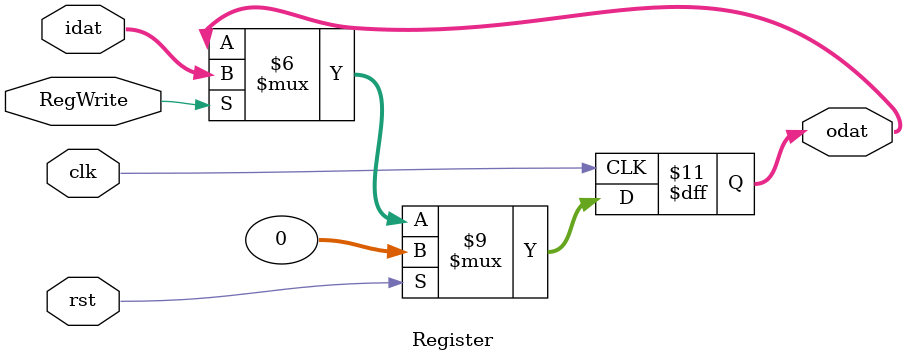
<source format=v>
/*
*
*	Register File & Register
*
*	32 bits Reg Array
*
*
*	Chris Cheng
*	2014-4-9
*
***/

/* 	
*	reg file
*	32 regs
*
*	read: 	regA -> Adat, 
*			regB -> Bdat,
*			regC -> Cdat
*
*	write:	regW -> Wdat
*	writeEnable: RegWrite
*
*/

module RegFile(clk, rst, regA, regB, regW, Wdat, RegWrite, Adat, Bdat);
	
	input clk, rst, RegWrite;
   	input [4:0] regA, regB, regW;
   	input [31:0] Wdat;
   	output [31:0] Adat, Bdat;

   	reg [31:0] iRegf[31:1];
   	integer i;

	assign Adat = (regA == 0) ? 32'h0000_0000 : iRegf[regA];
	assign Bdat = (regB == 0) ? 32'h0000_0000 : iRegf[regB];

	initial 
	begin
		for (i = 1; i < 32; i = i + 1)
		begin
			iRegf[i] <= 0;
		end
	end
	
	always @(posedge clk)
	begin
		if(rst)
		begin
			// reset reg file
			for (i=1; i<32; i=i+1) begin
                iRegf[i] <= 0;
            end
		end
		else 
		begin
			if (regW != 0)
				iRegf[regW] <= (RegWrite) ? Wdat : iRegf[regW];
		end
	end
endmodule

// single 32 bits reg
module Register(clk, rst, RegWrite, idat, odat);
	input	clk, rst, RegWrite;
	input[31:0]		idat;
	output[31:0]	odat;
	reg[31:0]		odat;

	initial
		odat = 0;

	always @(posedge clk) begin
		if(rst) odat <= 0;
		else begin 
			if(RegWrite) odat <= idat;
			else odat <= odat;
		end
	end
endmodule
</source>
